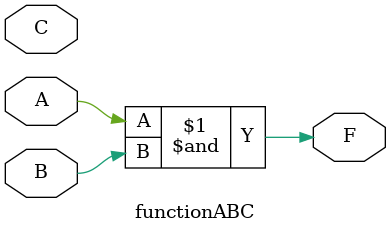
<source format=sv>
module functionABC(
	input logic A,B,C,
	output logic F
);



and(F, A, B);

endmodule
</source>
